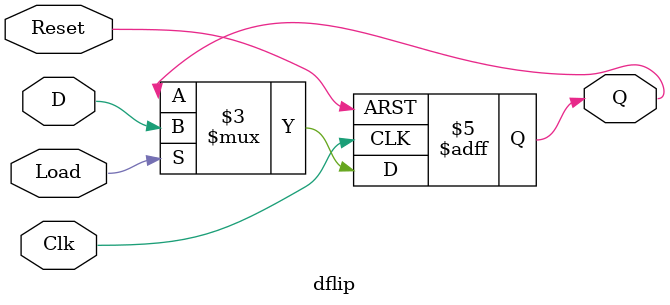
<source format=sv>
module dflip(input  logic Clk, Reset, D, Load,
			    output logic Q);

always @ (posedge Clk or posedge Reset) 
	begin 
		if (Reset) 
			Q = 1'b0;
		else if (Load) 
			Q = D;
	end
	
endmodule

</source>
